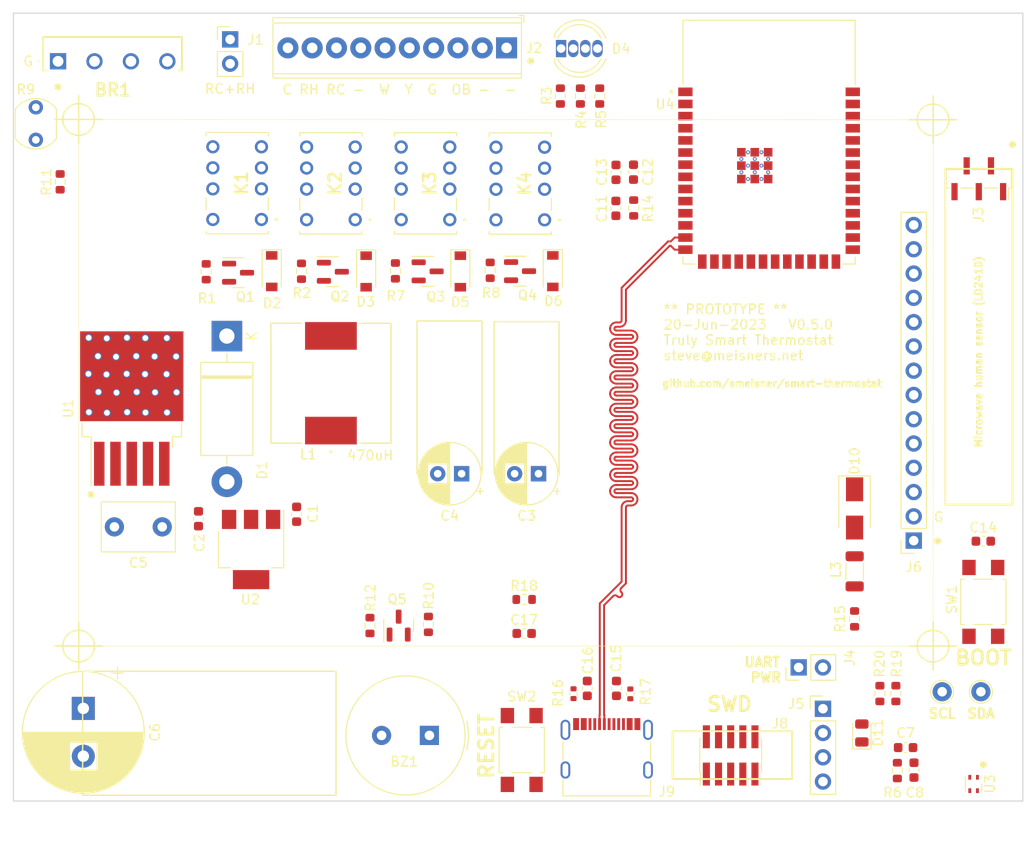
<source format=kicad_pcb>
(kicad_pcb (version 20211014) (generator pcbnew)
  (title_block (title "Smart Thermostat") (date "2023-06-02") (rev "V0.4.0") (company "Steve Meisner") (comment 1 "steve@meisners.net"))
  (layers (0 "F.Cu" signal) (1 "In1.Cu" power "GND.Cu") (2 "In2.Cu" power "3v3.Cu") (31 "B.Cu" signal) (34 "B.Paste" user) (35 "F.Paste" user) (36 "B.SilkS" user "B.Silkscreen") (37 "F.SilkS" user "F.Silkscreen") (38 "B.Mask" user) (39 "F.Mask" user) (44 "Edge.Cuts" user))
  (net 0 "")
  (net 1 "GND")
  (net 2 "Net-(BR1-Pad4)")
  (net 3 "+5V")
  (net 4 "+3V3")
  (net 5 "SDA")
  (net 6 "SCL")
  (net 7 "EN")
  (net 8 "C")
  (net 9 "RH")
  (net 10 "USB_D+")
  (net 11 "USB_D-")
  (net 12 "TFT_CS")
  (net 13 "TFT_RESET")
  (net 14 "TFT_DC")
  (net 15 "TFT_MOSI")
  (net 16 "TFT_LED")
  (net 17 "TFT_MISO")
  (net 18 "SWD_TMS")
  (net 19 "Net-(Q1-Pad1)")
  (net 21 "LED_HEAT")
  (net 22 "LED_COOL")
  (net 23 "TFT_CLK")
  (net 24 "SWD_TCK")
  (net 25 "TOUCH_CS")
  (net 26 "TOUCH_IRQ")
  (net 27 "HVAC_HEAT")
  (net 28 "SWD_TDO")
  (net 29 "Net-(SW1-Pad2)")
  (net 31 "G")
  (net 32 "HVAC_FAN")
  (net 33 "HVAC_COOL")
  (net 34 "Y")
  (net 35 "W")
  (net 37 "RC")
  (net 50 "Net-(Q2-Pad1)")
  (net 51 "Net-(Q3-Pad1)")
  (net 52 "Net-(D3-Pad2)")
  (net 53 "Net-(Q4-Pad1)")
  (net 54 "Net-(BZ1-Pad2)")
  (net 55 "BUZZER")
  (net 56 "SWD_TDI")
  (net 57 "LIGHT_SENS")
  (net 58 "Net-(D2-Pad2)")
  (net 59 "Net-(D4-Pad1)")
  (net 60 "Net-(J9-PadA4)")
  (net 61 "Net-(J9-PadA5)")
  (net 66 "Net-(Q5-Pad1)")
  (net 67 "HVAC_RVALV")
  (net 68 "LED_FAN")
  (net 69 "O{slash}B")
  (net 70 "MOTION")
  (net 71 "Net-(C7-Pad1)")
  (net 76 "Net-(D1-Pad1)")
  (net 77 "Net-(D4-Pad3)")
  (net 78 "Net-(D4-Pad4)")
  (net 79 "Net-(D11-Pad2)")
  (net 80 "Net-(D5-Pad2)")
  (net 81 "Net-(D6-Pad2)")
  (net 82 "LD_TX")
  (net 83 "Net-(D10-Pad2)")
  (net 85 "Net-(J9-PadB5)")
  (net 88 "LD_RX")
  (net 89 "UART_VCC")
  (net 90 "RXD0")
  (net 91 "TXD0")
  (footprint "Capacitor_SMD:C_0603_1608Metric" (layer "F.Cu") (at 172.212 82.55 90)
    (fp_text reference "C12")
    (fp_text value "100nF(0.1uF)")
  )
  (footprint "MountingHole:MountingHole_2.7mm_M2.5" (layer "F.Cu") (at 200.4 80.14)
    (fp_text reference "H2" hide)
    (fp_text value "MountingHole" hide)
  )
  (footprint "Package_TO_SOT_SMD:SOT-223-3_TabPin2" (layer "F.Cu") (at 132.23 122.03 -90)
    (fp_text reference "U2")
    (fp_text value "AMS1117-3.3")
  )
  (footprint "Capacitor_SMD:C_0603_1608Metric" (layer "F.Cu") (at 136.99 118.34 90)
    (fp_text reference "C1")
    (fp_text value "10uF")
  )
  (footprint "Resistor_SMD:R_0402_1005Metric" (layer "F.Cu") (at 171.88 137.13 90)
    (fp_text reference "R17")
    (fp_text value "5.1K")
  )
  (footprint "Resistor_SMD:R_0603_1608Metric" (layer "F.Cu") (at 160.782 127.254)
    (fp_text reference "R18")
    (fp_text value "10k")
  )
  (footprint "Custom Footprints:KBP208G" (layer "F.Cu") (at 112.0485 70.955)
    (fp_text reference "BR1")
    (fp_text value "KBP208G" hide)
  )
  (footprint "Resistor_SMD:R_0603_1608Metric" (layer "F.Cu") (at 112.268 83.566 90)
    (fp_text reference "R11")
    (fp_text value "10k")
  )
  (footprint "Resistor_SMD:R_0603_1608Metric" (layer "F.Cu") (at 199.8 145.158 -90)
    (fp_text reference "R6")
    (fp_text value "220")
  )
  (footprint "Resistor_SMD:R_0603_1608Metric" (layer "F.Cu") (at 168.68 74.59 90)
    (fp_text reference "R5")
    (fp_text value "470")
  )
  (footprint "LED_THT:LED_D5.0mm-4_RGB" (layer "F.Cu") (at 164.64 69.62)
    (fp_text reference "D4")
    (fp_text value "LED_RGBK")
  )
  (footprint "TerminalBlock_Phoenix:TerminalBlock_Phoenix_MPT-0,5-10-2.54_1x10_P2.54mm_Horizontal" (layer "F.Cu") (at 158.94 69.55 180)
    (fp_text reference "J2")
    (fp_text value "Screw_Terminal_01x10")
  )
  (footprint "Sensor_Humidity:Sensirion_DFN-4_1.5x1.5mm_P0.8mm_SHT4x_NoCentralPad" (layer "F.Cu") (at 207.772 146.558 -90)
    (fp_text reference "U3")
    (fp_text value "SHT4x")
  )
  (footprint "MountingHole:MountingHole_2.7mm_M2.5" (layer "F.Cu") (at 117.29 80.14)
    (fp_text reference "H1" hide)
    (fp_text value "MountingHole" hide)
  )
  (footprint "Package_TO_SOT_SMD:SOT-23" (layer "F.Cu") (at 130.87 93.07)
    (fp_text reference "Q1")
    (fp_text value "2N7002")
  )
  (footprint "Diode_SMD:D_SOD-123" (layer "F.Cu") (at 154.11 92.94 -90)
    (fp_text reference "D5")
    (fp_text value "1N4148W")
  )
  (footprint "Capacitor_THT:CP_Radial_D12.5mm_P5.00mm" (layer "F.Cu") (at 114.69 138.65 -90)
    (fp_text reference "C6")
    (fp_text value "680uF")
  )
  (footprint "Capacitor_THT:C_Disc_D7.5mm_W5.0mm_P5.00mm" (layer "F.Cu") (at 122.94 119.66 180)
    (fp_text reference "C5")
    (fp_text value "47uF")
  )
  (footprint "Connector_PinHeader_2.54mm:PinHeader_1x04_P2.54mm_Vertical" (layer "F.Cu") (at 192.024 138.684)
    (fp_text reference "J5")
    (fp_text value "Conn_01x04")
  )
  (footprint "Resistor_SMD:R_0603_1608Metric" (layer "F.Cu") (at 147.32 92.88 -90)
    (fp_text reference "R7")
    (fp_text value "470")
  )
  (footprint "Capacitor_SMD:C_0603_1608Metric" (layer "F.Cu") (at 126.73 118.81 90)
    (fp_text reference "C2")
    (fp_text value "10uF")
  )
  (footprint "Inductor_SMD:L_1206_3216Metric" (layer "F.Cu") (at 195.336 124.311 90)
    (fp_text reference "L3")
    (fp_text value "600ohm")
  )
  (footprint "Custom Footprints:UC23NJ" (layer "F.Cu") (at 143.115 87.52 90)
    (fp_text reference "K2")
    (fp_text value "UC2-3NJ" hide)
  )
  (footprint "TestPoint:TestPoint_THTPad_D2.0mm_Drill1.0mm" (layer "F.Cu") (at 204.484 136.906)
    (fp_text reference "TP1" hide)
    (fp_text value "SCL")
  )
  (footprint "Resistor_SMD:R_0603_1608Metric" (layer "F.Cu") (at 172.232 86.298 90)
    (fp_text reference "R14")
    (fp_text value "10k")
  )
  (footprint "Resistor_SMD:R_0603_1608Metric" (layer "F.Cu") (at 150.77 129.86 -90)
    (fp_text reference "R10")
    (fp_text value "10k")
  )
  (footprint "Connector_PinSocket_2.54mm:PinSocket_1x14_P2.54mm_Vertical" (layer "F.Cu") (at 201.51 121.1 180)
    (fp_text reference "J6")
    (fp_text value "MSP3218")
  )
  (footprint "Package_TO_SOT_SMD:TO-263-5_TabPin3" (layer "F.Cu") (at 119.755 107.28 90)
    (fp_text reference "U1")
    (fp_text value "LM2596T-5")
  )
  (footprint "Custom Footprints:UC23NJ" (layer "F.Cu") (at 162.915 87.54 90)
    (fp_text reference "K4")
    (fp_text value "UC2-3NJ" hide)
  )
  (footprint "Resistor_SMD:R_0402_1005Metric" (layer "F.Cu") (at 165.942 137.11 90)
    (fp_text reference "R16")
    (fp_text value "5.1K")
  )
  (footprint "Package_TO_SOT_SMD:SOT-23" (layer "F.Cu") (at 147.66 129.99 90)
    (fp_text reference "Q5")
    (fp_text value "2N7002")
  )
  (footprint "Button_Switch_SMD:SW_SPST_TL3305A" (layer "F.Cu") (at 208.788 127.508 -90)
    (fp_text reference "SW1")
    (fp_text value "Boot")
  )
  (footprint "Capacitor_SMD:C_0603_1608Metric" (layer "F.Cu") (at 170.382 82.57 90)
    (fp_text reference "C13")
    (fp_text value "22uF")
  )
  (footprint "Capacitor_THT:CP_Radial_D6.3mm_P2.50mm" (layer "F.Cu") (at 154.2424 114.1 180)
    (fp_text reference "C4")
    (fp_text value "470uF")
  )
  (footprint "Resistor_SMD:R_0603_1608Metric" (layer "F.Cu") (at 157.23 92.82 -90)
    (fp_text reference "R8")
    (fp_text value "470")
  )
  (footprint "Resistor_SMD:R_0603_1608Metric" (layer "F.Cu") (at 127.54 92.97 -90)
    (fp_text reference "R1")
    (fp_text value "470")
  )
  (footprint "Connector_PinSocket_1.27mm:PinSocket_1x05_P1.27mm_Vertical_SMD_Pin1Right" (layer "F.Cu") (at 208.316 83.242 -90)
    (fp_text reference "J3")
    (fp_text value "LD2410")
  )
  (footprint "Resistor_SMD:R_0603_1608Metric" (layer "F.Cu") (at 195.326 129.286 -90)
    (fp_text reference "R15")
    (fp_text value "1K")
  )
  (footprint "Capacitor_SMD:C_0603_1608Metric" (layer "F.Cu") (at 208.788 121.158)
    (fp_text reference "C14")
    (fp_text value "1uF")
  )
  (footprint "Button_Switch_SMD:SW_SPST_TL3305A" (layer "F.Cu") (at 160.528 143.002 -90)
    (fp_text reference "SW2")
    (fp_text value "Reset")
  )
  (footprint "Capacitor_THT:CP_Radial_D6.3mm_P2.50mm" (layer "F.Cu") (at 162.2848 114.1 180)
    (fp_text reference "C3")
    (fp_text value "470uF")
  )
  (footprint "MountingHole:MountingHole_2.7mm_M2.5" (layer "F.Cu") (at 117.29 129.04)
    (fp_text reference "H3" hide)
    (fp_text value "MountingHole" hide)
  )
  (footprint "Connector_USB:USB_C_Receptacle_G-Switch_GT-USB-7010ASV" (layer "F.Cu") (at 169.414 144.018)
    (fp_text reference "J9")
    (fp_text value "USB_C_Receptacle_USB2.0")
  )
  (footprint "Connector_PinHeader_2.54mm:PinHeader_1x02_P2.54mm_Vertical" (layer "F.Cu") (at 130.04 68.665)
    (fp_text reference "J1")
    (fp_text value "RC+RH")
  )
  (footprint "Diode_THT:D_DO-201AD_P15.24mm_Horizontal" (layer "F.Cu") (at 129.7 99.7 -90)
    (fp_text reference "D1")
    (fp_text value "1N47xxA")
  )
  (footprint "Resistor_SMD:R_0603_1608Metric" (layer "F.Cu") (at 137.5 92.92 -90)
    (fp_text reference "R2")
    (fp_text value "470")
  )
  (footprint "Connector_PinHeader_1.27mm:PinHeader_2x05_P1.27mm_Vertical_SMD" (layer "F.Cu") (at 182.372 143.57 90)
    (fp_text reference "J8")
    (fp_text value "Conn_ARM_JTAG_SWD_10")
  )
  (footprint "Custom Footprints:UC23NJ" (layer "F.Cu") (at 133.315 87.5 90)
    (fp_text reference "K1")
    (fp_text value "UC2-3NJ" hide)
  )
  (footprint "Capacitor_SMD:C_0603_1608Metric" (layer "F.Cu") (at 201.54 145.108 -90)
    (fp_text reference "C8")
    (fp_text value "10uF")
  )
  (footprint "OptoDevice:R_LDR_5.1x4.3mm_P3.4mm_Vertical" (layer "F.Cu") (at 109.728 79.17 90)
    (fp_text reference "R9")
    (fp_text value "LDR07")
  )
  (footprint "Diode_SMD:D_SOD-123" (layer "F.Cu") (at 163.78 92.91 -90)
    (fp_text reference "D6")
    (fp_text value "1N4148W")
  )
  (footprint "Capacitor_SMD:C_0603_1608Metric" (layer "F.Cu") (at 170.372 86.338 90)
    (fp_text reference "C11")
    (fp_text value "1uF")
  )
  (footprint "Capacitor_SMD:C_0603_1608Metric" (layer "F.Cu") (at 170.43 136.56 90)
    (fp_text reference "C15")
    (fp_text value "22pF")
  )
  (footprint "Resistor_SMD:R_0603_1608Metric" (layer "F.Cu") (at 144.66 129.98 -90)
    (fp_text reference "R12")
    (fp_text value "1k")
  )
  (footprint "Diode_SMD:D_SMA" (layer "F.Cu") (at 195.326 117.731 -90)
    (fp_text reference "D10")
    (fp_text value "D_Zener")
  )
  (footprint "Resistor_SMD:R_0603_1608Metric" (layer "F.Cu") (at 166.66 74.59 90)
    (fp_text reference "R4")
    (fp_text value "1K")
  )
  (footprint "Resistor_SMD:R_0603_1608Metric" (layer "F.Cu") (at 199.644 137.097 -90)
    (fp_text reference "R19")
    (fp_text value "10k")
  )
  (footprint "Package_TO_SOT_SMD:SOT-23" (layer "F.Cu") (at 160.35 92.91)
    (fp_text reference "Q4")
    (fp_text value "2N7002")
  )
  (footprint "TestPoint:TestPoint_THTPad_D2.0mm_Drill1.0mm" (layer "F.Cu") (at 208.534 136.906)
    (fp_text reference "TP2" hide)
    (fp_text value "SDA")
  )
  (footprint "Diode_SMD:D_SOD-123" (layer "F.Cu") (at 134.39 92.91 -90)
    (fp_text reference "D2")
    (fp_text value "1N4148W")
  )
  (footprint "Buzzer_Beeper:Buzzer_TDK_PS1240P02BT_D12.2mm_H6.5mm" (layer "F.Cu") (at 150.876 141.478 180)
    (fp_text reference "BZ1")
    (fp_text value "Buzzer")
  )
  (footprint "Connector_PinHeader_2.54mm:PinHeader_1x02_P2.54mm_Vertical" (layer "F.Cu") (at 189.479 134.366 90)
    (fp_text reference "J4")
    (fp_text value "UART PWR")
  )
  (footprint "Custom Footprints:XCVR_ESP32-S3-WROOM-1-N16R2" (layer "F.Cu") (at 186.39 79.41)
    (fp_text reference "U4")
    (fp_text value "ESP32-S3-WROOM-1-N16R2")
  )
  (footprint "Capacitor_SMD:C_0603_1608Metric" (layer "F.Cu") (at 167.382 136.56 90)
    (fp_text reference "C16")
    (fp_text value "22pF")
  )
  (footprint "LED_SMD:LED_0805_2012Metric" (layer "F.Cu") (at 196.088 141.224 90)
    (fp_text reference "D11")
    (fp_text value "LED")
  )
  (footprint "Capacitor_SMD:C_0603_1608Metric" (layer "F.Cu") (at 160.782 130.81)
    (fp_text reference "C17")
    (fp_text value "1uF")
  )
  (footprint "Resistor_SMD:R_0603_1608Metric" (layer "F.Cu") (at 164.57 74.59 90)
    (fp_text reference "R3")
    (fp_text value "470")
  )
  (footprint "Custom Footprints:IND_CDRH127_LDNP-470MC_SUM" (layer "F.Cu") (at 140.58 104.6328 90)
    (fp_text reference "L1")
    (fp_text value "470uH")
  )
  (footprint "Diode_SMD:D_SOD-123" (layer "F.Cu") (at 144.26 92.94 -90)
    (fp_text reference "D3")
    (fp_text value "1N4148W")
  )
  (footprint "MountingHole:MountingHole_2.7mm_M2.5" (layer "F.Cu") (at 200.4 129.04)
    (fp_text reference "H4" hide)
    (fp_text value "MountingHole" hide)
  )
  (footprint "Resistor_SMD:R_0603_1608Metric" (layer "F.Cu") (at 197.974 137.097 -90)
    (fp_text reference "R20")
    (fp_text value "10k")
  )
  (footprint "Package_TO_SOT_SMD:SOT-23" (layer "F.Cu") (at 140.78 92.97)
    (fp_text reference "Q2")
    (fp_text value "2N7002")
  )
  (footprint "Capacitor_SMD:C_0603_1608Metric" (layer "F.Cu") (at 200.66 142.748)
    (fp_text reference "C7")
    (fp_text value "0.1uF")
  )
  (footprint "Package_TO_SOT_SMD:SOT-23" (layer "F.Cu") (at 150.69 92.93)
    (fp_text reference "Q3")
    (fp_text value "2N7002")
  )
  (footprint "Custom Footprints:UC23NJ" (layer "F.Cu") (at 153.005 87.52 90)
    (fp_text reference "K3")
    (fp_text value "UC2-3NJ" hide)
  )
  (gr_circle (center 203.53 132.14) (end 204.67 133.34) (layer "F.SilkS") (width 0.15) (fill none))
  (gr_circle (center 161.47 70.92) (end 161.762062 70.92) (layer "F.SilkS") (width 0.15) (fill solid))
  (gr_line (start 114.2 79.545173) (end 114.2 74.545173) (layer "F.SilkS") (width 0.15))
  (gr_line (start 111.71 132.12) (end 116.71 132.12) (layer "F.SilkS") (width 0.15))
  (gr_line (start 157.64 98.19) (end 164.43 98.19) (layer "F.SilkS") (width 0.15))
  (gr_line (start 203.54 134.64) (end 203.54 129.64) (layer "F.SilkS") (width 0.15))
  (gr_circle (center 112.05 73.632062) (end 112.342062 73.632062) (layer "F.SilkS") (width 0.15) (fill solid))
  (gr_line (start 164.43 98.19) (end 164.43 114.21) (layer "F.SilkS") (width 0.15))
  (gr_rect (start 114.62 147.733959) (end 141.11 134.763959) (layer "F.SilkS") (width 0.15) (fill none))
  (gr_circle (center 115.5 116.27) (end 115.792062 116.27) (layer "F.SilkS") (width 0.15) (fill solid))
  (gr_line (start 114.2 77.04) (end 203.544827 77.07) (layer "F.SilkS") (width 0.05))
  (gr_line (start 203.544827 79.58) (end 203.544827 74.58) (layer "F.SilkS") (width 0.15))
  (gr_line (start 149.57998 114.12) (end 149.57998 98.12) (layer "F.SilkS") (width 0.15))
  (gr_line (start 203.544827 77.07) (end 203.54 132.13) (layer "F.SilkS") (width 0.05))
  (gr_circle (center 204.01 121.132062) (end 204.302062 121.132062) (layer "F.SilkS") (width 0.15) (fill solid))
  (gr_line (start 111.7 77.035173) (end 116.7 77.035173) (layer "F.SilkS") (width 0.15))
  (gr_line (start 201.044827 77.07) (end 206.044827 77.07) (layer "F.SilkS") (width 0.15))
  (gr_circle (center 114.19 77.045173) (end 115.33 78.245173) (layer "F.SilkS") (width 0.15) (fill none))
  (gr_line (start 201.04 132.13) (end 206.04 132.13) (layer "F.SilkS") (width 0.15))
  (gr_circle (center 114.2 132.13) (end 115.34 133.33) (layer "F.SilkS") (width 0.15) (fill none))
  (gr_line (start 149.57998 98.12) (end 156.36998 98.12) (layer "F.SilkS") (width 0.15))
  (gr_line (start 114.21 134.63) (end 114.21 129.63) (layer "F.SilkS") (width 0.15))
  (gr_circle (center 211.836 79.662) (end 212.128062 79.662) (layer "F.SilkS") (width 0.15) (fill solid))
  (gr_circle (center 208.788 144.526) (end 209.080062 144.526) (layer "F.SilkS") (width 0.15) (fill solid))
  (gr_line (start 114.2 132.13) (end 114.2 77.04) (layer "F.SilkS") (width 0.05))
  (gr_line (start 203.54 132.13) (end 114.2 132.13) (layer "F.SilkS") (width 0.05))
  (gr_rect (start 176.302 146.04) (end 188.802 141.04) (layer "F.SilkS") (width 0.2) (fill none))
  (gr_circle (center 203.534827 77.08) (end 204.674827 78.28) (layer "F.SilkS") (width 0.15) (fill none))
  (gr_rect (start 204.816 82.202) (end 211.836 117.332) (layer "F.SilkS") (width 0.2) (fill none))
  (gr_line (start 156.36998 98.12) (end 156.36998 114.14) (layer "F.SilkS") (width 0.15))
  (gr_line (start 157.64 114.19) (end 157.64 98.19) (layer "F.SilkS") (width 0.15))
  (gr_rect (start 107.38 65.92) (end 212.92 148.34) (layer "Edge.Cuts") (width 0.1) (fill none))
  (gr_text "SWD" (at 182.252 138.21) (layer "F.SilkS") (effects (font (size 1.5 1.5) (thickness 0.3))))
  (gr_text "G" (at 204.11 118.64) (layer "F.SilkS") (effects (font (size 1 1))))
  (gr_text "BOOT" (at 208.788 133.35) (layer "F.SilkS") (effects (font (size 1.5 1.5) (thickness 0.3))))
  (gr_text "UART\n PWR" (at 185.674 134.62) (layer "F.SilkS") (effects (font (size 1 1) (thickness 0.25))))
  (gr_text "G" (at 108.92 70.95) (layer "F.SilkS") (effects (font (size 1 1))))
  (gr_text "Microwave human sensor (LD2410)" (at 208.28 101.346 90) (layer "F.SilkS") (effects (font (size 0.75 0.75) (thickness 0.1875))))
  (gr_text "RESET" (at 156.83 142.58 90) (layer "F.SilkS") (effects (font (size 1.5 1.5) (thickness 0.3))))
  (gr_text "SDA" (at 208.548 139.192) (layer "F.SilkS") (effects (font (size 1 1) (thickness 0.25))))
  (gr_text "C RH RC -  W  Y  G  OB -  -" (at 135.41 73.92) (layer "F.SilkS") (effects (font (size 1 1)) (justify left)))
  (gr_text "SCL" (at 204.484 139.192) (layer "F.SilkS") (effects (font (size 1 1) (thickness 0.25))))
  (gr_text "github.com/smeisner/smart-thermostat" (at 186.69 104.648) (layer "F.SilkS") (effects (font (size 0.75 0.75) (thickness 0.1875))))
  (gr_text "** PROTOTYPE **\n20-Jun-2023   V0.5.0\nTruly Smart Thermostat\nsteve@meisners.net" (at 175.26 99.314) (layer "F.SilkS") (effects (font (size 1 1)) (justify left)))
  (via (at 115.224 103.656) (size 0.8) (drill 0.6) (layers "F.Cu" "B.Cu") (net 1))
  (via (at 115.254 99.876) (size 0.8) (drill 0.6) (layers "F.Cu" "B.Cu") (net 1))
  (via (at 122.194 105.586) (size 0.8) (drill 0.6) (layers "F.Cu" "B.Cu") (net 1))
  (via (at 119.254 99.876) (size 0.8) (drill 0.6) (layers "F.Cu" "B.Cu") (net 1))
  (via (at 121.144 103.686) (size 0.8) (drill 0.6) (layers "F.Cu" "B.Cu") (net 1))
  (via (at 118.114 101.866) (size 0.8) (drill 0.6) (layers "F.Cu" "B.Cu") (net 1))
  (via (at 124.394 101.836) (size 0.8) (drill 0.6) (layers "F.Cu" "B.Cu") (net 1))
  (via (at 121.174 99.906) (size 0.8) (drill 0.6) (layers "F.Cu" "B.Cu") (net 1))
  (via (at 117.164 107.726) (size 0.8) (drill 0.6) (layers "F.Cu" "B.Cu") (net 1))
  (via (at 120.274 105.556) (size 0.8) (drill 0.6) (layers "F.Cu" "B.Cu") (net 1))
  (via (at 116.274 105.556) (size 0.8) (drill 0.6) (layers "F.Cu" "B.Cu") (net 1))
  (via (at 124.444 105.586) (size 0.8) (drill 0.6) (layers "F.Cu" "B.Cu") (net 1))
  (via (at 117.114 103.716) (size 0.8) (drill 0.6) (layers "F.Cu" "B.Cu") (net 1))
  (via (at 123.394 103.686) (size 0.8) (drill 0.6) (layers "F.Cu" "B.Cu") (net 1))
  (via (at 123.424 99.906) (size 0.8) (drill 0.6) (layers "F.Cu" "B.Cu") (net 1))
  (via (at 116.224 101.806) (size 0.8) (drill 0.6) (layers "F.Cu" "B.Cu") (net 1))
  (via (at 123.444 107.696) (size 0.8) (drill 0.6) (layers "F.Cu" "B.Cu") (net 1))
  (via (at 117.144 99.936) (size 0.8) (drill 0.6) (layers "F.Cu" "B.Cu") (net 1))
  (via (at 122.144 101.836) (size 0.8) (drill 0.6) (layers "F.Cu" "B.Cu") (net 1))
  (via (at 118.164 105.616) (size 0.8) (drill 0.6) (layers "F.Cu" "B.Cu") (net 1))
  (via (at 115.274 107.666) (size 0.8) (drill 0.6) (layers "F.Cu" "B.Cu") (net 1))
  (via (at 119.274 107.666) (size 0.8) (drill 0.6) (layers "F.Cu" "B.Cu") (net 1))
  (via (at 120.224 101.806) (size 0.8) (drill 0.6) (layers "F.Cu" "B.Cu") (net 1))
  (via (at 119.224 103.656) (size 0.8) (drill 0.6) (layers "F.Cu" "B.Cu") (net 1))
  (via (at 121.194 107.696) (size 0.8) (drill 0.6) (layers "F.Cu" "B.Cu") (net 1))
  (segment (start 170.971 114.423) (end 170.417729 114.423) (width 0.2) (layer "F.Cu") (net 10))
  (segment (start 170.95507 126.502276) (end 170.95507 126.502277) (width 0.2) (layer "F.Cu") (net 10))
  (segment (start 170.417729 112.323) (end 171.421 112.323) (width 0.2) (layer "F.Cu") (net 10))
  (segment (start 176.0062 90.25) (end 176.104999 90.25) (width 0.2) (layer "F.Cu") (net 10))
  (segment (start 171.421 105.523) (end 171.974271 105.523) (width 0.2) (layer "F.Cu") (net 10))
  (segment (start 169.164 140.293) (end 169.164 139.362999) (width 0.2) (layer "F.Cu") (net 10))
  (segment (start 171.421 98.073) (end 171.421 94.8352) (width 0.2) (layer "F.Cu") (net 10))
  (segment (start 171.974271 102.523) (end 170.971 102.523) (width 0.2) (layer "F.Cu") (net 10))
  (segment (start 171.974271 99.123) (end 170.771 99.123) (width 0.2) (layer "F.Cu") (net 10))
  (segment (start 171.974271 105.923) (end 170.971 105.923) (width 0.2) (layer "F.Cu") (net 10))
  (segment (start 170.509364 126.9051) (end 170.530806 126.926542) (width 0.2) (layer "F.Cu") (net 10))
  (segment (start 170.417729 102.123) (end 171.421 102.123) (width 0.2) (layer "F.Cu") (net 10))
  (segment (start 169.139 127.8512) (end 170.0851 126.9051) (width 0.2) (layer "F.Cu") (net 10))
  (segment (start 170.771 99.123) (end 170.417729 99.123) (width 0.2) (layer "F.Cu") (net 10))
  (segment (start 169.164 139.362999) (end 169.139 139.337999) (width 0.2) (layer "F.Cu") (net 10))
  (segment (start 176.514999 90.66) (end 177.64 90.66) (width 0.2) (layer "F.Cu") (net 10))
  (segment (start 170.417729 110.623) (end 171.421 110.623) (width 0.2) (layer "F.Cu") (net 10))
  (segment (start 171.974271 100.823) (end 170.971 100.823) (width 0.2) (layer "F.Cu") (net 10))
  (segment (start 171.421 125.5692) (end 171.421 117.623) (width 0.2) (layer "F.Cu") (net 10))
  (segment (start 171.421 94.8352) (end 176.0062 90.25) (width 0.2) (layer "F.Cu") (net 10))
  (segment (start 171.421 102.123) (end 171.974271 102.123) (width 0.2) (layer "F.Cu") (net 10))
  (segment (start 170.971 100.823) (end 170.417729 100.823) (width 0.2) (layer "F.Cu") (net 10))
  (segment (start 171.621 117.423) (end 171.974271 117.423) (width 0.2) (layer "F.Cu") (net 10))
  (segment (start 170.417729 105.523) (end 171.421 105.523) (width 0.2) (layer "F.Cu") (net 10))
  (segment (start 170.417729 107.223) (end 171.421 107.223) (width 0.2) (layer "F.Cu") (net 10))
  (segment (start 170.417729 98.723) (end 170.771 98.723) (width 0.2) (layer "F.Cu") (net 10))
  (segment (start 171.974271 114.423) (end 170.971 114.423) (width 0.2) (layer "F.Cu") (net 10))
  (segment (start 171.421 110.623) (end 171.974271 110.623) (width 0.2) (layer "F.Cu") (net 10))
  (segment (start 170.971 116.123) (end 170.417729 116.123) (width 0.2) (layer "F.Cu") (net 10))
  (segment (start 170.933627 126.05657) (end 170.933628 126.056571) (width 0.2) (layer "F.Cu") (net 10))
  (segment (start 170.417729 100.423) (end 171.421 100.423) (width 0.2) (layer "F.Cu") (net 10))
  (segment (start 170.971 111.023) (end 170.417729 111.023) (width 0.2) (layer "F.Cu") (net 10))
  (segment (start 171.421 107.223) (end 171.974271 107.223) (width 0.2) (layer "F.Cu") (net 10))
  (segment (start 170.417729 103.823) (end 171.421 103.823) (width 0.2) (layer "F.Cu") (net 10))
  (segment (start 176.104999 90.25) (end 176.514999 90.66) (width 0.2) (layer "F.Cu") (net 10))
  (segment (start 170.971 104.223) (end 170.417729 104.223) (width 0.2) (layer "F.Cu") (net 10))
  (segment (start 171.421 108.923) (end 171.974271 108.923) (width 0.2) (layer "F.Cu") (net 10))
  (segment (start 170.971 109.323) (end 170.417729 109.323) (width 0.2) (layer "F.Cu") (net 10))
  (segment (start 171.974271 109.323) (end 170.971 109.323) (width 0.2) (layer "F.Cu") (net 10))
  (segment (start 171.974271 107.623) (end 170.971 107.623) (width 0.2) (layer "F.Cu") (net 10))
  (segment (start 170.971 105.923) (end 170.417729 105.923) (width 0.2) (layer "F.Cu") (net 10))
  (segment (start 171.974271 104.223) (end 170.971 104.223) (width 0.2) (layer "F.Cu") (net 10))
  (segment (start 170.417729 114.023) (end 171.421 114.023) (width 0.2) (layer "F.Cu") (net 10))
  (segment (start 171.421 100.423) (end 171.974271 100.423) (width 0.2) (layer "F.Cu") (net 10))
  (segment (start 171.974271 112.723) (end 170.971 112.723) (width 0.2) (layer "F.Cu") (net 10))
  (segment (start 170.95507 126.502277) (end 170.933627 126.480834) (width 0.2) (layer "F.Cu") (net 10))
  (segment (start 170.933628 126.056571) (end 171.421 125.5692) (width 0.2) (layer "F.Cu") (net 10))
  (segment (start 170.971 102.523) (end 170.417729 102.523) (width 0.2) (layer "F.Cu") (net 10))
  (segment (start 170.971 107.623) (end 170.417729 107.623) (width 0.2) (layer "F.Cu") (net 10))
  (segment (start 171.421 103.823) (end 171.974271 103.823) (width 0.2) (layer "F.Cu") (net 10))
  (segment (start 170.417729 108.923) (end 171.421 108.923) (width 0.2) (layer "F.Cu") (net 10))
  (segment (start 171.974271 116.123) (end 170.971 116.123) (width 0.2) (layer "F.Cu") (net 10))
  (segment (start 171.974271 111.023) (end 170.971 111.023) (width 0.2) (layer "F.Cu") (net 10))
  (segment (start 171.421 114.023) (end 171.974271 114.023) (width 0.2) (layer "F.Cu") (net 10))
  (segment (start 170.417729 115.723) (end 171.421 115.723) (width 0.2) (layer "F.Cu") (net 10))
  (segment (start 169.139 139.337999) (end 169.139 127.8512) (width 0.2) (layer "F.Cu") (net 10))
  (segment (start 170.971 112.723) (end 170.417729 112.723) (width 0.2) (layer "F.Cu") (net 10))
  (segment (start 171.421 115.723) (end 171.974271 115.723) (width 0.2) (layer "F.Cu") (net 10))
  (segment (start 171.421 112.323) (end 171.974271 112.323) (width 0.2) (layer "F.Cu") (net 10))
  (arc (start 172.624271 103.173) (mid 172.43389 102.713381) (end 171.974271 102.523) (width 0.2) (layer "F.Cu") (net 10))
  (arc (start 170.417729 104.223) (mid 170.276308 104.164421) (end 170.217729 104.023) (width 0.2) (layer "F.Cu") (net 10))
  (arc (start 170.217729 100.623) (mid 170.276308 100.481579) (end 170.417729 100.423) (width 0.2) (layer "F.Cu") (net 10))
  (arc (start 172.624271 108.273) (mid 172.43389 107.813381) (end 171.974271 107.623) (width 0.2) (layer "F.Cu") (net 10))
  (arc (start 170.933627 126.480834) (mid 170.845759 126.268702) (end 170.933627 126.05657) (width 0.2) (layer "F.Cu") (net 10))
  (arc (start 170.771 98.723) (mid 171.230619 98.532619) (end 171.421 98.073) (width 0.2) (layer "F.Cu") (net 10))
  (arc (start 171.974271 102.123) (mid 172.43389 101.932619) (end 172.624271 101.473) (width 0.2) (layer "F.Cu") (net 10))
  (arc (start 170.417729 102.523) (mid 170.276308 102.464421) (end 170.217729 102.323) (width 0.2) (layer "F.Cu") (net 10))
  (arc (start 170.217729 112.523) (mid 170.276308 112.381579) (end 170.417729 112.323) (width 0.2) (layer "F.Cu") (net 10))
  (arc (start 170.217729 102.323) (mid 170.276308 102.181579) (end 170.417729 102.123) (width 0.2) (layer "F.Cu") (net 10))
  (arc (start 170.417729 111.023) (mid 170.276308 110.964421) (end 170.217729 110.823) (width 0.2) (layer "F.Cu") (net 10))
  (arc (start 172.624271 113.373) (mid 172.43389 112.913381) (end 171.974271 112.723) (width 0.2) (layer "F.Cu") (net 10))
  (arc (start 172.624271 116.773) (mid 172.43389 116.313381) (end 171.974271 116.123) (width 0.2) (layer "F.Cu") (net 10))
  (arc (start 171.974271 100.423) (mid 172.43389 100.232619) (end 172.624271 99.773) (width 0.2) (layer "F.Cu") (net 10))
  (arc (start 170.417729 99.123) (mid 170.276308 99.064421) (end 170.217729 98.923) (width 0.2) (layer "F.Cu") (net 10))
  (arc (start 172.624271 101.473) (mid 172.43389 101.013381) (end 171.974271 100.823) (width 0.2) (layer "F.Cu") (net 10))
  (arc (start 170.417729 114.423) (mid 170.276308 114.364421) (end 170.217729 114.223) (width 0.2) (layer "F.Cu") (net 10))
  (arc (start 171.421 117.623) (mid 171.479579 117.481579) (end 171.621 117.423) (width 0.2) (layer "F.Cu") (net 10))
  (arc (start 171.974271 107.223) (mid 172.43389 107.032619) (end 172.624271 106.573) (width 0.2) (layer "F.Cu") (net 10))
  (arc (start 170.0851 126.9051) (mid 170.297232 126.817232) (end 170.509364 126.9051) (width 0.2) (layer "F.Cu") (net 10))
  (arc (start 170.217729 115.923) (mid 170.276308 115.781579) (end 170.417729 115.723) (width 0.2) (layer "F.Cu") (net 10))
  (arc (start 171.974271 105.523) (mid 172.43389 105.332619) (end 172.624271 104.873) (width 0.2) (layer "F.Cu") (net 10))
  (arc (start 172.624271 106.573) (mid 172.43389 106.113381) (end 171.974271 105.923) (width 0.2) (layer "F.Cu") (net 10))
  (arc (start 170.417729 116.123) (mid 170.276308 116.064421) (end 170.217729 115.923) (width 0.2) (layer "F.Cu") (net 10))
  (arc (start 170.417729 107.623) (mid 170.276308 107.564421) (end 170.217729 107.423) (width 0.2) (layer "F.Cu") (net 10))
  (arc (start 171.974271 108.923) (mid 172.43389 108.732619) (end 172.624271 108.273) (width 0.2) (layer "F.Cu") (net 10))
  (arc (start 171.974271 112.323) (mid 172.43389 112.132619) (end 172.624271 111.673) (width 0.2) (layer "F.Cu") (net 10))
  (arc (start 170.217729 104.023) (mid 170.276308 103.881579) (end 170.417729 103.823) (width 0.2) (layer "F.Cu") (net 10))
  (arc (start 170.217729 105.723) (mid 170.276308 105.581579) (end 170.417729 105.523) (width 0.2) (layer "F.Cu") (net 10))
  (arc (start 170.217729 107.423) (mid 170.276308 107.281579) (end 170.417729 107.223) (width 0.2) (layer "F.Cu") (net 10))
  (arc (start 170.530806 126.926542) (mid 170.742938 127.01441) (end 170.95507 126.926542) (width 0.2) (layer "F.Cu") (net 10))
  (arc (start 170.217729 98.923) (mid 170.276308 98.781579) (end 170.417729 98.723) (width 0.2) (layer "F.Cu") (net 10))
  (arc (start 170.417729 100.823) (mid 170.276308 100.764421) (end 170.217729 100.623) (width 0.2) (layer "F.Cu") (net 10))
  (arc (start 171.974271 117.423) (mid 172.43389 117.232619) (end 172.624271 116.773) (width 0.2) (layer "F.Cu") (net 10))
  (arc (start 171.974271 103.823) (mid 172.43389 103.632619) (end 172.624271 103.173) (width 0.2) (layer "F.Cu") (net 10))
  (arc (start 170.217729 110.823) (mid 170.276308 110.681579) (end 170.417729 110.623) (width 0.2) (layer "F.Cu") (net 10))
  (arc (start 170.95507 126.926542) (mid 171.042938 126.714409) (end 170.95507 126.502276) (width 0.2) (layer "F.Cu") (net 10))
  (arc (start 172.624271 99.773) (mid 172.43389 99.313381) (end 171.974271 99.123) (width 0.2) (layer "F.Cu") (net 10))
  (arc (start 171.974271 110.623) (mid 172.43389 110.432619) (end 172.624271 109.973) (width 0.2) (layer "F.Cu") (net 10))
  (arc (start 170.417729 109.323) (mid 170.276308 109.264421) (end 170.217729 109.123) (width 0.2) (layer "F.Cu") (net 10))
  (arc (start 170.217729 114.223) (mid 170.276308 114.081579) (end 170.417729 114.023) (width 0.2) (layer "F.Cu") (net 10))
  (arc (start 172.624271 104.873) (mid 172.43389 104.413381) (end 171.974271 104.223) (width 0.2) (layer "F.Cu") (net 10))
  (arc (start 172.624271 109.973) (mid 172.43389 109.513381) (end 171.974271 109.323) (width 0.2) (layer "F.Cu") (net 10))
  (arc (start 170.417729 112.723) (mid 170.276308 112.664421) (end 170.217729 112.523) (width 0.2) (layer "F.Cu") (net 10))
  (arc (start 172.624271 115.073) (mid 172.43389 114.613381) (end 171.974271 114.423) (width 0.2) (layer "F.Cu") (net 10))
  (arc (start 171.974271 115.723) (mid 172.43389 115.532619) (end 172.624271 115.073) (width 0.2) (layer "F.Cu") (net 10))
  (arc (start 171.974271 114.023) (mid 172.43389 113.832619) (end 172.624271 113.373) (width 0.2) (layer "F.Cu") (net 10))
  (arc (start 170.217729 109.123) (mid 170.276308 108.981579) (end 170.417729 108.923) (width 0.2) (layer "F.Cu") (net 10))
  (arc (start 170.417729 105.923) (mid 170.276308 105.864421) (end 170.217729 105.723) (width 0.2) (layer "F.Cu") (net 10))
  (arc (start 172.624271 111.673) (mid 172.43389 111.213381) (end 171.974271 111.023) (width 0.2) (layer "F.Cu") (net 10))
  (segment (start 171.974271 105.073) (end 171.421 105.073) (width 0.2) (layer "F.Cu") (net 11))
  (segment (start 170.971 113.173) (end 171.974271 113.173) (width 0.2) (layer "F.Cu") (net 11))
  (segment (start 170.971 104.673) (end 171.974271 104.673) (width 0.2) (layer "F.Cu") (net 11))
  (segment (start 171.974271 103.373) (end 171.421 103.373) (width 0.2) (layer "F.Cu") (net 11))
  (segment (start 175.8198 89.8) (end 170.971 94.6488) (width 0.2) (layer "F.Cu") (net 11))
  (segment (start 171.421 108.473) (end 170.417729 108.473) (width 0.2) (layer "F.Cu") (net 11))
  (segment (start 170.971 109.773) (end 171.974271 109.773) (width 0.2) (layer "F.Cu") (net 11))
  (segment (start 171.974271 110.173) (end 171.421 110.173) (width 0.2) (layer "F.Cu") (net 11))
  (segment (start 170.417729 114.873) (end 170.971 114.873) (width 0.2) (layer "F.Cu") (net 11))
  (segment (start 170.417729 111.473) (end 170.971 111.473) (width 0.2) (layer "F.Cu") (net 11))
  (segment (start 171.421 99.973) (end 170.417729 99.973) (width 0.2) (layer "F.Cu") (net 11))
  (segment (start 170.417729 101.273) (end 170.971 101.273) (width 0.2) (layer "F.Cu") (net 11))
  (segment (start 170.417729 109.773) (end 170.971 109.773) (width 0.2) (layer "F.Cu") (net 11))
  (segment (start 171.421 103.373) (end 170.417729 103.373) (width 0.2) (layer "F.Cu") (net 11))
  (segment (start 171.974271 111.873) (end 171.421 111.873) (width 0.2) (layer "F.Cu") (net 11))
  (segment (start 171.974271 113.573) (end 171.421 113.573) (width 0.2) (layer "F.Cu") (net 11))
  (segment (start 170.771 98.273) (end 170.417729 98.273) (width 0.2) (layer "F.Cu") (net 11))
  (segment (start 171.421 101.673) (end 170.417729 101.673) (width 0.2) (layer "F.Cu") (net 11))
  (segment (start 171.974271 101.673) (end 171.421 101.673) (width 0.2) (layer "F.Cu") (net 11))
  (segment (start 176.514999 89.39) (end 176.104999 89.8) (width 0.2) (layer "F.Cu") (net 11))
  (segment (start 168.689 127.6648) (end 168.689 139.337999) (width 0.2) (layer "F.Cu") (net 11))
  (segment (start 171.421 111.873) (end 170.417729 111.873) (width 0.2) (layer "F.Cu") (net 11))
  (segment (start 171.974271 99.973) (end 171.421 99.973) (width 0.2) (layer "F.Cu") (net 11))
  (segment (start 170.417729 104.673) (end 170.971 104.673) (width 0.2) (layer "F.Cu") (net 11))
  (segment (start 171.421 110.173) (end 170.417729 110.173) (width 0.2) (layer "F.Cu") (net 11))
  (segment (start 176.104999 89.8) (end 175.8198 89.8) (width 0.2) (layer "F.Cu") (net 11))
  (segment (start 170.771 99.573) (end 171.974271 99.573) (width 0.2) (layer "F.Cu") (net 11))
  (segment (start 170.417729 102.973) (end 170.971 102.973) (width 0.2) (layer "F.Cu") (net 11))
  (segment (start 171.421 115.273) (end 170.417729 115.273) (width 0.2) (layer "F.Cu") (net 11))
  (segment (start 170.417729 99.573) (end 170.771 99.573) (width 0.2) (layer "F.Cu") (net 11))
  (segment (start 170.971 117.623) (end 170.971 125.3828) (width 0.2) (layer "F.Cu") (net 11))
  (segment (start 171.974271 116.973) (end 171.621 116.973) (width 0.2) (layer "F.Cu") (net 11))
  (segment (start 168.689 139.337999) (end 168.664 139.362999) (width 0.2) (layer "F.Cu") (net 11))
  (segment (start 170.971 106.373) (end 171.974271 106.373) (width 0.2) (layer "F.Cu") (net 11))
  (segment (start 170.971 108.073) (end 171.974271 108.073) (width 0.2) (layer "F.Cu") (net 11))
  (segment (start 168.664 139.362999) (end 168.664 140.293) (width 0.2) (layer "F.Cu") (net 11))
  (segment (start 171.421 113.573) (end 170.417729 113.573) (width 0.2) (layer "F.Cu") (net 11))
  (segment (start 170.417729 113.173) (end 170.971 113.173) (width 0.2) (layer "F.Cu") (net 11))
  (segment (start 177.64 89.39) (end 176.514999 89.39) (width 0.2) (layer "F.Cu") (net 11))
  (segment (start 171.421 105.073) (end 170.417729 105.073) (width 0.2) (layer "F.Cu") (net 11))
  (segment (start 170.971 111.473) (end 171.974271 111.473) (width 0.2) (layer "F.Cu") (net 11))
  (segment (start 170.971 102.973) (end 171.974271 102.973) (width 0.2) (layer "F.Cu") (net 11))
  (segment (start 171.974271 115.273) (end 171.421 115.273) (width 0.2) (layer "F.Cu") (net 11))
  (segment (start 171.974271 106.773) (end 171.421 106.773) (width 0.2) (layer "F.Cu") (net 11))
  (segment (start 170.971 101.273) (end 171.974271 101.273) (width 0.2) (layer "F.Cu") (net 11))
  (segment (start 171.974271 108.473) (end 171.421 108.473) (width 0.2) (layer "F.Cu") (net 11))
  (segment (start 170.971 114.873) (end 171.974271 114.873) (width 0.2) (layer "F.Cu") (net 11))
  (segment (start 170.417729 106.373) (end 170.971 106.373) (width 0.2) (layer "F.Cu") (net 11))
  (segment (start 171.421 106.773) (end 170.417729 106.773) (width 0.2) (layer "F.Cu") (net 11))
  (segment (start 170.971 125.3828) (end 168.689 127.6648) (width 0.2) (layer "F.Cu") (net 11))
  (segment (start 170.971 94.6488) (end 170.971 98.073) (width 0.2) (layer "F.Cu") (net 11))
  (segment (start 170.417729 108.073) (end 170.971 108.073) (width 0.2) (layer "F.Cu") (net 11))
  (segment (start 170.971 116.573) (end 171.974271 116.573) (width 0.2) (layer "F.Cu") (net 11))
  (segment (start 170.417729 116.573) (end 170.971 116.573) (width 0.2) (layer "F.Cu") (net 11))
  (arc (start 172.174271 99.773) (mid 172.115692 99.914421) (end 171.974271 99.973) (width 0.2) (layer "F.Cu") (net 11))
  (arc (start 170.417729 103.373) (mid 169.95811 103.563381) (end 169.767729 104.023) (width 0.2) (layer "F.Cu") (net 11))
  (arc (start 170.417729 113.573) (mid 169.95811 113.763381) (end 169.767729 114.223) (width 0.2) (layer "F.Cu") (net 11))
  (arc (start 170.417729 111.873) (mid 169.95811 112.063381) (end 169.767729 112.523) (width 0.2) (layer "F.Cu") (net 11))
  (arc (start 171.974271 116.573) (mid 172.115692 116.631579) (end 172.174271 116.773) (width 0.2) (layer "F.Cu") (net 11))
  (arc (start 170.417729 106.773) (mid 169.95811 106.963381) (end 169.767729 107.423) (width 0.2) (layer "F.Cu") (net 11))
  (arc (start 170.971 98.073) (mid 170.912421 98.214421) (end 170.771 98.273) (width 0.2) (layer "F.Cu") (net 11))
  (arc (start 172.174271 109.973) (mid 172.115692 110.114421) (end 171.974271 110.173) (width 0.2) (layer "F.Cu") (net 11))
  (arc (start 169.767729 100.623) (mid 169.95811 101.082619) (end 170.417729 101.273) (width 0.2) (layer "F.Cu") (net 11))
  (arc (start 172.174271 104.873) (mid 172.115692 105.014421) (end 171.974271 105.073) (width 0.2) (layer "F.Cu") (net 11))
  (arc (start 171.974271 104.673) (mid 172.115692 104.731579) (end 172.174271 104.873) (width 0.2) (layer "F.Cu") (net 11))
  (arc (start 171.974271 99.573) (mid 172.115692 99.631579) (end 172.174271 99.773) (width 0.2) (layer "F.Cu") (net 11))
  (arc (start 171.974271 106.373) (mid 172.115692 106.431579) (end 172.174271 106.573) (width 0.2) (layer "F.Cu") (net 11))
  (arc (start 171.974271 102.973) (mid 172.115692 103.031579) (end 172.174271 103.173) (width 0.2) (layer "F.Cu") (net 11))
  (arc (start 171.974271 113.173) (mid 172.115692 113.231579) (end 172.174271 113.373) (width 0.2) (layer "F.Cu") (net 11))
  (arc (start 170.417729 98.273) (mid 169.95811 98.463381) (end 169.767729 98.923) (width 0.2) (layer "F.Cu") (net 11))
  (arc (start 169.767729 107.423) (mid 169.95811 107.882619) (end 170.417729 108.073) (width 0.2) (layer "F.Cu") (net 11))
  (arc (start 171.974271 109.773) (mid 172.115692 109.831579) (end 172.174271 109.973) (width 0.2) (layer "F.Cu") (net 11))
  (arc (start 169.767729 104.023) (mid 169.95811 104.482619) (end 170.417729 104.673) (width 0.2) (layer "F.Cu") (net 11))
  (arc (start 170.417729 108.473) (mid 169.95811 108.663381) (end 169.767729 109.123) (width 0.2) (layer "F.Cu") (net 11))
  (arc (start 169.767729 110.823) (mid 169.95811 111.282619) (end 170.417729 111.473) (width 0.2) (layer "F.Cu") (net 11))
  (arc (start 171.974271 111.473) (mid 172.115692 111.531579) (end 172.174271 111.673) (width 0.2) (layer "F.Cu") (net 11))
  (arc (start 170.417729 99.973) (mid 169.95811 100.163381) (end 169.767729 100.623) (width 0.2) (layer "F.Cu") (net 11))
  (arc (start 170.417729 115.273) (mid 169.95811 115.463381) (end 169.767729 115.923) (width 0.2) (layer "F.Cu") (net 11))
  (arc (start 172.174271 113.373) (mid 172.115692 113.514421) (end 171.974271 113.573) (width 0.2) (layer "F.Cu") (net 11))
  (arc (start 169.767729 114.223) (mid 169.95811 114.682619) (end 170.417729 114.873) (width 0.2) (layer "F.Cu") (net 11))
  (arc (start 172.174271 108.273) (mid 172.115692 108.414421) (end 171.974271 108.473) (width 0.2) (layer "F.Cu") (net 11))
  (arc (start 170.417729 105.073) (mid 169.95811 105.263381) (end 169.767729 105.723) (width 0.2) (layer "F.Cu") (net 11))
  (arc (start 172.174271 115.073) (mid 172.115692 115.214421) (end 171.974271 115.273) (width 0.2) (layer "F.Cu") (net 11))
  (arc (start 171.974271 101.273) (mid 172.115692 101.331579) (end 172.174271 101.473) (width 0.2) (layer "F.Cu") (net 11))
  (arc (start 170.417729 101.673) (mid 169.95811 101.863381) (end 169.767729 102.323) (width 0.2) (layer "F.Cu") (net 11))
  (arc (start 172.174271 101.473) (mid 172.115692 101.614421) (end 171.974271 101.673) (width 0.2) (layer "F.Cu") (net 11))
  (arc (start 169.767729 115.923) (mid 169.95811 116.382619) (end 170.417729 116.573) (width 0.2) (layer "F.Cu") (net 11))
  (arc (start 170.417729 110.173) (mid 169.95811 110.363381) (end 169.767729 110.823) (width 0.2) (layer "F.Cu") (net 11))
  (arc (start 169.767729 102.323) (mid 169.95811 102.782619) (end 170.417729 102.973) (width 0.2) (layer "F.Cu") (net 11))
  (arc (start 169.767729 112.523) (mid 169.95811 112.982619) (end 170.417729 113.173) (width 0.2) (layer "F.Cu") (net 11))
  (arc (start 169.767729 105.723) (mid 169.95811 106.182619) (end 170.417729 106.373) (width 0.2) (layer "F.Cu") (net 11))
  (arc (start 172.174271 116.773) (mid 172.115692 116.914421) (end 171.974271 116.973) (width 0.2) (layer "F.Cu") (net 11))
  (arc (start 172.174271 106.573) (mid 172.115692 106.714421) (end 171.974271 106.773) (width 0.2) (layer "F.Cu") (net 11))
  (arc (start 171.621 116.973) (mid 171.161381 117.163381) (end 170.971 117.623) (width 0.2) (layer "F.Cu") (net 11))
  (arc (start 171.974271 114.873) (mid 172.115692 114.931579) (end 172.174271 115.073) (width 0.2) (layer "F.Cu") (net 11))
  (arc (start 169.767729 109.123) (mid 169.95811 109.582619) (end 170.417729 109.773) (width 0.2) (layer "F.Cu") (net 11))
  (arc (start 171.974271 108.073) (mid 172.115692 108.131579) (end 172.174271 108.273) (width 0.2) (layer "F.Cu") (net 11))
  (arc (start 172.174271 111.673) (mid 172.115692 111.814421) (end 171.974271 111.873) (width 0.2) (layer "F.Cu") (net 11))
  (arc (start 169.767729 98.923) (mid 169.95811 99.382619) (end 170.417729 99.573) (width 0.2) (layer "F.Cu") (net 11))
  (arc (start 172.174271 103.173) (mid 172.115692 103.314421) (end 171.974271 103.373) (width 0.2) (layer "F.Cu") (net 11))
)
</source>
